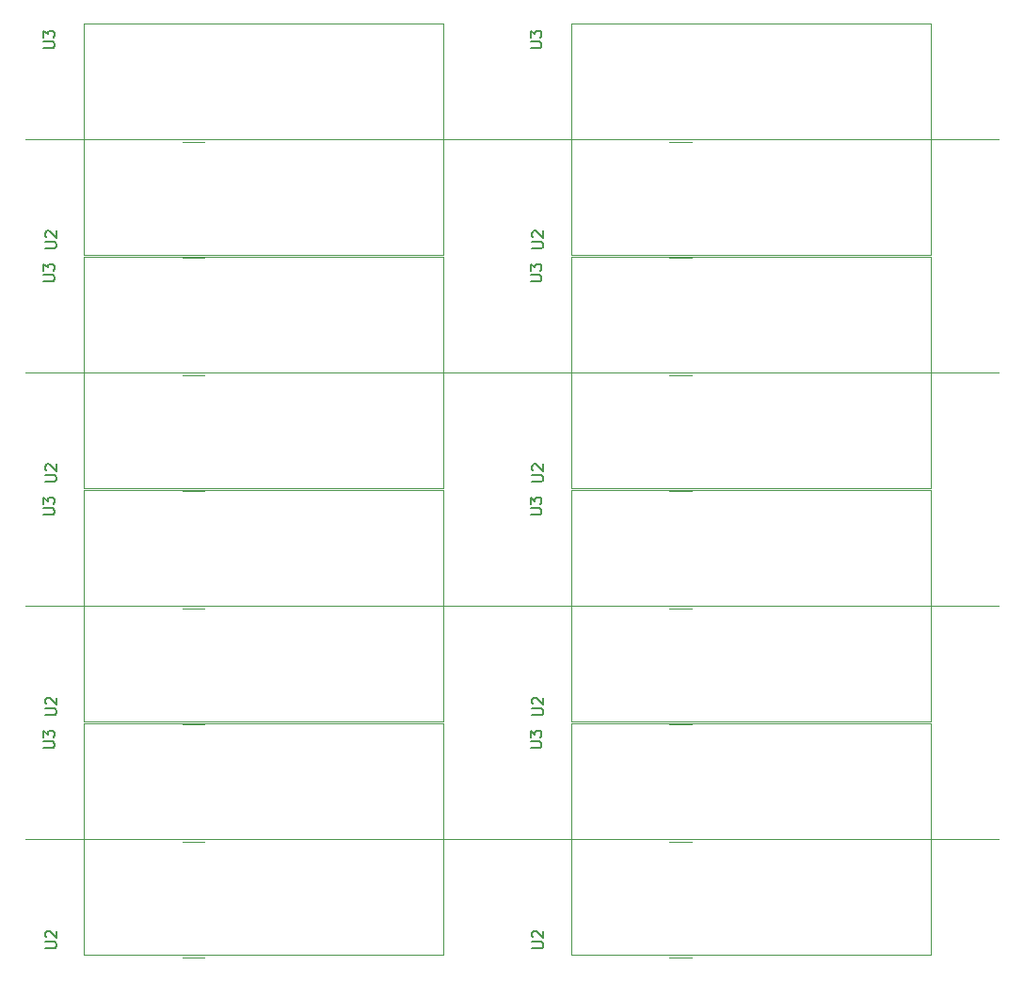
<source format=gbr>
G04 #@! TF.GenerationSoftware,KiCad,Pcbnew,5.1.5+dfsg1-2build2*
G04 #@! TF.CreationDate,2021-11-16T18:46:50-05:00*
G04 #@! TF.ProjectId,,58585858-5858-4585-9858-585858585858,rev?*
G04 #@! TF.SameCoordinates,Original*
G04 #@! TF.FileFunction,Legend,Top*
G04 #@! TF.FilePolarity,Positive*
%FSLAX46Y46*%
G04 Gerber Fmt 4.6, Leading zero omitted, Abs format (unit mm)*
G04 Created by KiCad (PCBNEW 5.1.5+dfsg1-2build2) date 2021-11-16 18:46:50*
%MOMM*%
%LPD*%
G04 APERTURE LIST*
%ADD10C,0.120000*%
%ADD11C,0.150000*%
G04 APERTURE END LIST*
D10*
X148181500Y-119842500D02*
X191981500Y-119842500D01*
X104381500Y-119842500D02*
X148181500Y-119842500D01*
X148181500Y-98842500D02*
X191981500Y-98842500D01*
X104381500Y-98842500D02*
X148181500Y-98842500D01*
X148181500Y-77842500D02*
X191981500Y-77842500D01*
X104381500Y-77842500D02*
X148181500Y-77842500D01*
X148181500Y-56842500D02*
X191981500Y-56842500D01*
X104381500Y-56842500D02*
X148181500Y-56842500D01*
X162319500Y-120102500D02*
X164319500Y-120102500D01*
X185839500Y-109412500D02*
X153499500Y-109412500D01*
X185839500Y-119852500D02*
X185839500Y-109412500D01*
X153499500Y-119852500D02*
X185839500Y-119852500D01*
X153499500Y-119852500D02*
X153499500Y-109412500D01*
X118519500Y-120102500D02*
X120519500Y-120102500D01*
X142039500Y-109412500D02*
X109699500Y-109412500D01*
X142039500Y-119852500D02*
X142039500Y-109412500D01*
X109699500Y-119852500D02*
X142039500Y-119852500D01*
X109699500Y-119852500D02*
X109699500Y-109412500D01*
X162319500Y-99102500D02*
X164319500Y-99102500D01*
X185839500Y-88412500D02*
X153499500Y-88412500D01*
X185839500Y-98852500D02*
X185839500Y-88412500D01*
X153499500Y-98852500D02*
X185839500Y-98852500D01*
X153499500Y-98852500D02*
X153499500Y-88412500D01*
X118519500Y-99102500D02*
X120519500Y-99102500D01*
X142039500Y-88412500D02*
X109699500Y-88412500D01*
X142039500Y-98852500D02*
X142039500Y-88412500D01*
X109699500Y-98852500D02*
X142039500Y-98852500D01*
X109699500Y-98852500D02*
X109699500Y-88412500D01*
X162319500Y-78102500D02*
X164319500Y-78102500D01*
X185839500Y-67412500D02*
X153499500Y-67412500D01*
X185839500Y-77852500D02*
X185839500Y-67412500D01*
X153499500Y-77852500D02*
X185839500Y-77852500D01*
X153499500Y-77852500D02*
X153499500Y-67412500D01*
X118519500Y-78102500D02*
X120519500Y-78102500D01*
X142039500Y-67412500D02*
X109699500Y-67412500D01*
X142039500Y-77852500D02*
X142039500Y-67412500D01*
X109699500Y-77852500D02*
X142039500Y-77852500D01*
X109699500Y-77852500D02*
X109699500Y-67412500D01*
X162319500Y-57102500D02*
X164319500Y-57102500D01*
X185839500Y-46412500D02*
X153499500Y-46412500D01*
X185839500Y-56852500D02*
X185839500Y-46412500D01*
X153499500Y-56852500D02*
X185839500Y-56852500D01*
X153499500Y-56852500D02*
X153499500Y-46412500D01*
X162319500Y-130522500D02*
X164319500Y-130522500D01*
X185839500Y-119832500D02*
X153499500Y-119832500D01*
X185839500Y-130272500D02*
X185839500Y-119832500D01*
X153499500Y-130272500D02*
X185839500Y-130272500D01*
X153499500Y-130272500D02*
X153499500Y-119832500D01*
X118519500Y-130522500D02*
X120519500Y-130522500D01*
X142039500Y-119832500D02*
X109699500Y-119832500D01*
X142039500Y-130272500D02*
X142039500Y-119832500D01*
X109699500Y-130272500D02*
X142039500Y-130272500D01*
X109699500Y-130272500D02*
X109699500Y-119832500D01*
X162319500Y-109522500D02*
X164319500Y-109522500D01*
X185839500Y-98832500D02*
X153499500Y-98832500D01*
X185839500Y-109272500D02*
X185839500Y-98832500D01*
X153499500Y-109272500D02*
X185839500Y-109272500D01*
X153499500Y-109272500D02*
X153499500Y-98832500D01*
X118519500Y-109522500D02*
X120519500Y-109522500D01*
X142039500Y-98832500D02*
X109699500Y-98832500D01*
X142039500Y-109272500D02*
X142039500Y-98832500D01*
X109699500Y-109272500D02*
X142039500Y-109272500D01*
X109699500Y-109272500D02*
X109699500Y-98832500D01*
X162319500Y-88522500D02*
X164319500Y-88522500D01*
X185839500Y-77832500D02*
X153499500Y-77832500D01*
X185839500Y-88272500D02*
X185839500Y-77832500D01*
X153499500Y-88272500D02*
X185839500Y-88272500D01*
X153499500Y-88272500D02*
X153499500Y-77832500D01*
X118519500Y-88522500D02*
X120519500Y-88522500D01*
X142039500Y-77832500D02*
X109699500Y-77832500D01*
X142039500Y-88272500D02*
X142039500Y-77832500D01*
X109699500Y-88272500D02*
X142039500Y-88272500D01*
X109699500Y-88272500D02*
X109699500Y-77832500D01*
X162319500Y-67522500D02*
X164319500Y-67522500D01*
X185839500Y-56832500D02*
X153499500Y-56832500D01*
X185839500Y-67272500D02*
X185839500Y-56832500D01*
X153499500Y-67272500D02*
X185839500Y-67272500D01*
X153499500Y-67272500D02*
X153499500Y-56832500D01*
X109699500Y-56852500D02*
X109699500Y-46412500D01*
X109699500Y-56852500D02*
X142039500Y-56852500D01*
X142039500Y-56852500D02*
X142039500Y-46412500D01*
X142039500Y-46412500D02*
X109699500Y-46412500D01*
X118519500Y-57102500D02*
X120519500Y-57102500D01*
X109699500Y-67272500D02*
X109699500Y-56832500D01*
X109699500Y-67272500D02*
X142039500Y-67272500D01*
X142039500Y-67272500D02*
X142039500Y-56832500D01*
X142039500Y-56832500D02*
X109699500Y-56832500D01*
X118519500Y-67522500D02*
X120519500Y-67522500D01*
D11*
X149843280Y-111621804D02*
X150652804Y-111621804D01*
X150748042Y-111574185D01*
X150795661Y-111526566D01*
X150843280Y-111431328D01*
X150843280Y-111240852D01*
X150795661Y-111145614D01*
X150748042Y-111097995D01*
X150652804Y-111050376D01*
X149843280Y-111050376D01*
X149843280Y-110669423D02*
X149843280Y-110050376D01*
X150224233Y-110383709D01*
X150224233Y-110240852D01*
X150271852Y-110145614D01*
X150319471Y-110097995D01*
X150414709Y-110050376D01*
X150652804Y-110050376D01*
X150748042Y-110097995D01*
X150795661Y-110145614D01*
X150843280Y-110240852D01*
X150843280Y-110526566D01*
X150795661Y-110621804D01*
X150748042Y-110669423D01*
X106043280Y-111621804D02*
X106852804Y-111621804D01*
X106948042Y-111574185D01*
X106995661Y-111526566D01*
X107043280Y-111431328D01*
X107043280Y-111240852D01*
X106995661Y-111145614D01*
X106948042Y-111097995D01*
X106852804Y-111050376D01*
X106043280Y-111050376D01*
X106043280Y-110669423D02*
X106043280Y-110050376D01*
X106424233Y-110383709D01*
X106424233Y-110240852D01*
X106471852Y-110145614D01*
X106519471Y-110097995D01*
X106614709Y-110050376D01*
X106852804Y-110050376D01*
X106948042Y-110097995D01*
X106995661Y-110145614D01*
X107043280Y-110240852D01*
X107043280Y-110526566D01*
X106995661Y-110621804D01*
X106948042Y-110669423D01*
X149843280Y-90621804D02*
X150652804Y-90621804D01*
X150748042Y-90574185D01*
X150795661Y-90526566D01*
X150843280Y-90431328D01*
X150843280Y-90240852D01*
X150795661Y-90145614D01*
X150748042Y-90097995D01*
X150652804Y-90050376D01*
X149843280Y-90050376D01*
X149843280Y-89669423D02*
X149843280Y-89050376D01*
X150224233Y-89383709D01*
X150224233Y-89240852D01*
X150271852Y-89145614D01*
X150319471Y-89097995D01*
X150414709Y-89050376D01*
X150652804Y-89050376D01*
X150748042Y-89097995D01*
X150795661Y-89145614D01*
X150843280Y-89240852D01*
X150843280Y-89526566D01*
X150795661Y-89621804D01*
X150748042Y-89669423D01*
X106043280Y-90621804D02*
X106852804Y-90621804D01*
X106948042Y-90574185D01*
X106995661Y-90526566D01*
X107043280Y-90431328D01*
X107043280Y-90240852D01*
X106995661Y-90145614D01*
X106948042Y-90097995D01*
X106852804Y-90050376D01*
X106043280Y-90050376D01*
X106043280Y-89669423D02*
X106043280Y-89050376D01*
X106424233Y-89383709D01*
X106424233Y-89240852D01*
X106471852Y-89145614D01*
X106519471Y-89097995D01*
X106614709Y-89050376D01*
X106852804Y-89050376D01*
X106948042Y-89097995D01*
X106995661Y-89145614D01*
X107043280Y-89240852D01*
X107043280Y-89526566D01*
X106995661Y-89621804D01*
X106948042Y-89669423D01*
X149843280Y-69621804D02*
X150652804Y-69621804D01*
X150748042Y-69574185D01*
X150795661Y-69526566D01*
X150843280Y-69431328D01*
X150843280Y-69240852D01*
X150795661Y-69145614D01*
X150748042Y-69097995D01*
X150652804Y-69050376D01*
X149843280Y-69050376D01*
X149843280Y-68669423D02*
X149843280Y-68050376D01*
X150224233Y-68383709D01*
X150224233Y-68240852D01*
X150271852Y-68145614D01*
X150319471Y-68097995D01*
X150414709Y-68050376D01*
X150652804Y-68050376D01*
X150748042Y-68097995D01*
X150795661Y-68145614D01*
X150843280Y-68240852D01*
X150843280Y-68526566D01*
X150795661Y-68621804D01*
X150748042Y-68669423D01*
X106043280Y-69621804D02*
X106852804Y-69621804D01*
X106948042Y-69574185D01*
X106995661Y-69526566D01*
X107043280Y-69431328D01*
X107043280Y-69240852D01*
X106995661Y-69145614D01*
X106948042Y-69097995D01*
X106852804Y-69050376D01*
X106043280Y-69050376D01*
X106043280Y-68669423D02*
X106043280Y-68050376D01*
X106424233Y-68383709D01*
X106424233Y-68240852D01*
X106471852Y-68145614D01*
X106519471Y-68097995D01*
X106614709Y-68050376D01*
X106852804Y-68050376D01*
X106948042Y-68097995D01*
X106995661Y-68145614D01*
X107043280Y-68240852D01*
X107043280Y-68526566D01*
X106995661Y-68621804D01*
X106948042Y-68669423D01*
X149843280Y-48621804D02*
X150652804Y-48621804D01*
X150748042Y-48574185D01*
X150795661Y-48526566D01*
X150843280Y-48431328D01*
X150843280Y-48240852D01*
X150795661Y-48145614D01*
X150748042Y-48097995D01*
X150652804Y-48050376D01*
X149843280Y-48050376D01*
X149843280Y-47669423D02*
X149843280Y-47050376D01*
X150224233Y-47383709D01*
X150224233Y-47240852D01*
X150271852Y-47145614D01*
X150319471Y-47097995D01*
X150414709Y-47050376D01*
X150652804Y-47050376D01*
X150748042Y-47097995D01*
X150795661Y-47145614D01*
X150843280Y-47240852D01*
X150843280Y-47526566D01*
X150795661Y-47621804D01*
X150748042Y-47669423D01*
X149995680Y-129649804D02*
X150805204Y-129649804D01*
X150900442Y-129602185D01*
X150948061Y-129554566D01*
X150995680Y-129459328D01*
X150995680Y-129268852D01*
X150948061Y-129173614D01*
X150900442Y-129125995D01*
X150805204Y-129078376D01*
X149995680Y-129078376D01*
X150090919Y-128649804D02*
X150043300Y-128602185D01*
X149995680Y-128506947D01*
X149995680Y-128268852D01*
X150043300Y-128173614D01*
X150090919Y-128125995D01*
X150186157Y-128078376D01*
X150281395Y-128078376D01*
X150424252Y-128125995D01*
X150995680Y-128697423D01*
X150995680Y-128078376D01*
X106195680Y-129649804D02*
X107005204Y-129649804D01*
X107100442Y-129602185D01*
X107148061Y-129554566D01*
X107195680Y-129459328D01*
X107195680Y-129268852D01*
X107148061Y-129173614D01*
X107100442Y-129125995D01*
X107005204Y-129078376D01*
X106195680Y-129078376D01*
X106290919Y-128649804D02*
X106243300Y-128602185D01*
X106195680Y-128506947D01*
X106195680Y-128268852D01*
X106243300Y-128173614D01*
X106290919Y-128125995D01*
X106386157Y-128078376D01*
X106481395Y-128078376D01*
X106624252Y-128125995D01*
X107195680Y-128697423D01*
X107195680Y-128078376D01*
X149995680Y-108649804D02*
X150805204Y-108649804D01*
X150900442Y-108602185D01*
X150948061Y-108554566D01*
X150995680Y-108459328D01*
X150995680Y-108268852D01*
X150948061Y-108173614D01*
X150900442Y-108125995D01*
X150805204Y-108078376D01*
X149995680Y-108078376D01*
X150090919Y-107649804D02*
X150043300Y-107602185D01*
X149995680Y-107506947D01*
X149995680Y-107268852D01*
X150043300Y-107173614D01*
X150090919Y-107125995D01*
X150186157Y-107078376D01*
X150281395Y-107078376D01*
X150424252Y-107125995D01*
X150995680Y-107697423D01*
X150995680Y-107078376D01*
X106195680Y-108649804D02*
X107005204Y-108649804D01*
X107100442Y-108602185D01*
X107148061Y-108554566D01*
X107195680Y-108459328D01*
X107195680Y-108268852D01*
X107148061Y-108173614D01*
X107100442Y-108125995D01*
X107005204Y-108078376D01*
X106195680Y-108078376D01*
X106290919Y-107649804D02*
X106243300Y-107602185D01*
X106195680Y-107506947D01*
X106195680Y-107268852D01*
X106243300Y-107173614D01*
X106290919Y-107125995D01*
X106386157Y-107078376D01*
X106481395Y-107078376D01*
X106624252Y-107125995D01*
X107195680Y-107697423D01*
X107195680Y-107078376D01*
X149995680Y-87649804D02*
X150805204Y-87649804D01*
X150900442Y-87602185D01*
X150948061Y-87554566D01*
X150995680Y-87459328D01*
X150995680Y-87268852D01*
X150948061Y-87173614D01*
X150900442Y-87125995D01*
X150805204Y-87078376D01*
X149995680Y-87078376D01*
X150090919Y-86649804D02*
X150043300Y-86602185D01*
X149995680Y-86506947D01*
X149995680Y-86268852D01*
X150043300Y-86173614D01*
X150090919Y-86125995D01*
X150186157Y-86078376D01*
X150281395Y-86078376D01*
X150424252Y-86125995D01*
X150995680Y-86697423D01*
X150995680Y-86078376D01*
X106195680Y-87649804D02*
X107005204Y-87649804D01*
X107100442Y-87602185D01*
X107148061Y-87554566D01*
X107195680Y-87459328D01*
X107195680Y-87268852D01*
X107148061Y-87173614D01*
X107100442Y-87125995D01*
X107005204Y-87078376D01*
X106195680Y-87078376D01*
X106290919Y-86649804D02*
X106243300Y-86602185D01*
X106195680Y-86506947D01*
X106195680Y-86268852D01*
X106243300Y-86173614D01*
X106290919Y-86125995D01*
X106386157Y-86078376D01*
X106481395Y-86078376D01*
X106624252Y-86125995D01*
X107195680Y-86697423D01*
X107195680Y-86078376D01*
X149995680Y-66649804D02*
X150805204Y-66649804D01*
X150900442Y-66602185D01*
X150948061Y-66554566D01*
X150995680Y-66459328D01*
X150995680Y-66268852D01*
X150948061Y-66173614D01*
X150900442Y-66125995D01*
X150805204Y-66078376D01*
X149995680Y-66078376D01*
X150090919Y-65649804D02*
X150043300Y-65602185D01*
X149995680Y-65506947D01*
X149995680Y-65268852D01*
X150043300Y-65173614D01*
X150090919Y-65125995D01*
X150186157Y-65078376D01*
X150281395Y-65078376D01*
X150424252Y-65125995D01*
X150995680Y-65697423D01*
X150995680Y-65078376D01*
X106043280Y-48621804D02*
X106852804Y-48621804D01*
X106948042Y-48574185D01*
X106995661Y-48526566D01*
X107043280Y-48431328D01*
X107043280Y-48240852D01*
X106995661Y-48145614D01*
X106948042Y-48097995D01*
X106852804Y-48050376D01*
X106043280Y-48050376D01*
X106043280Y-47669423D02*
X106043280Y-47050376D01*
X106424233Y-47383709D01*
X106424233Y-47240852D01*
X106471852Y-47145614D01*
X106519471Y-47097995D01*
X106614709Y-47050376D01*
X106852804Y-47050376D01*
X106948042Y-47097995D01*
X106995661Y-47145614D01*
X107043280Y-47240852D01*
X107043280Y-47526566D01*
X106995661Y-47621804D01*
X106948042Y-47669423D01*
X106195680Y-66649804D02*
X107005204Y-66649804D01*
X107100442Y-66602185D01*
X107148061Y-66554566D01*
X107195680Y-66459328D01*
X107195680Y-66268852D01*
X107148061Y-66173614D01*
X107100442Y-66125995D01*
X107005204Y-66078376D01*
X106195680Y-66078376D01*
X106290919Y-65649804D02*
X106243300Y-65602185D01*
X106195680Y-65506947D01*
X106195680Y-65268852D01*
X106243300Y-65173614D01*
X106290919Y-65125995D01*
X106386157Y-65078376D01*
X106481395Y-65078376D01*
X106624252Y-65125995D01*
X107195680Y-65697423D01*
X107195680Y-65078376D01*
M02*

</source>
